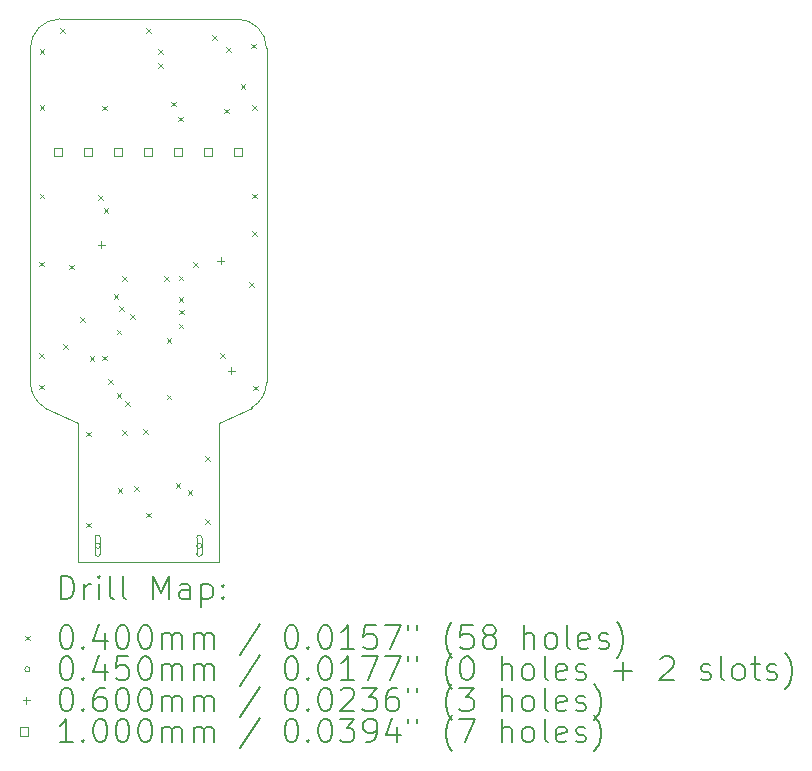
<source format=gbr>
%TF.GenerationSoftware,KiCad,Pcbnew,9.0.0+1*%
%TF.CreationDate,2025-04-22T17:16:49+02:00*%
%TF.ProjectId,ts13_dev_kit,74733133-5f64-4657-965f-6b69742e6b69,rev?*%
%TF.SameCoordinates,Original*%
%TF.FileFunction,Drillmap*%
%TF.FilePolarity,Positive*%
%FSLAX45Y45*%
G04 Gerber Fmt 4.5, Leading zero omitted, Abs format (unit mm)*
G04 Created by KiCad (PCBNEW 9.0.0+1) date 2025-04-22 17:16:49*
%MOMM*%
%LPD*%
G01*
G04 APERTURE LIST*
%ADD10C,0.050000*%
%ADD11C,0.200000*%
%ADD12C,0.100000*%
G04 APERTURE END LIST*
D10*
X13750000Y-5000000D02*
X12250000Y-5000000D01*
X13875000Y-8291506D02*
X13600000Y-8425000D01*
X13600000Y-9600000D02*
X13600000Y-8425000D01*
X12400000Y-8425000D02*
X12400000Y-9600000D01*
X12000000Y-5250000D02*
G75*
G02*
X12250000Y-5000000I250000J0D01*
G01*
X12125000Y-8291506D02*
G75*
G02*
X12000000Y-8075000I125000J216506D01*
G01*
X14000000Y-8075000D02*
G75*
G02*
X13875000Y-8291506I-250000J0D01*
G01*
X13750000Y-5000000D02*
G75*
G02*
X14000000Y-5250000I0J-250000D01*
G01*
X12000000Y-5250000D02*
X12000000Y-8075000D01*
X12400000Y-9600000D02*
X13600000Y-9600000D01*
X14000000Y-8075000D02*
X14000000Y-5250000D01*
X12125000Y-8291506D02*
X12400000Y-8425000D01*
D11*
D12*
X12072000Y-7055000D02*
X12112000Y-7095000D01*
X12112000Y-7055000D02*
X12072000Y-7095000D01*
X12072000Y-7830000D02*
X12112000Y-7870000D01*
X12112000Y-7830000D02*
X12072000Y-7870000D01*
X12072000Y-8097000D02*
X12112000Y-8137000D01*
X12112000Y-8097000D02*
X12072000Y-8137000D01*
X12080000Y-5255000D02*
X12120000Y-5295000D01*
X12120000Y-5255000D02*
X12080000Y-5295000D01*
X12080000Y-5730000D02*
X12120000Y-5770000D01*
X12120000Y-5730000D02*
X12080000Y-5770000D01*
X12080000Y-6480000D02*
X12120000Y-6520000D01*
X12120000Y-6480000D02*
X12080000Y-6520000D01*
X12255000Y-5080000D02*
X12295000Y-5120000D01*
X12295000Y-5080000D02*
X12255000Y-5120000D01*
X12280000Y-7755000D02*
X12320000Y-7795000D01*
X12320000Y-7755000D02*
X12280000Y-7795000D01*
X12330000Y-7080000D02*
X12370000Y-7120000D01*
X12370000Y-7080000D02*
X12330000Y-7120000D01*
X12422000Y-7525000D02*
X12462000Y-7565000D01*
X12462000Y-7525000D02*
X12422000Y-7565000D01*
X12471000Y-8495000D02*
X12511000Y-8535000D01*
X12511000Y-8495000D02*
X12471000Y-8535000D01*
X12474000Y-9265000D02*
X12514000Y-9305000D01*
X12514000Y-9265000D02*
X12474000Y-9305000D01*
X12502997Y-7855997D02*
X12542997Y-7895997D01*
X12542997Y-7855997D02*
X12502997Y-7895997D01*
X12576000Y-6490000D02*
X12616000Y-6530000D01*
X12616000Y-6490000D02*
X12576000Y-6530000D01*
X12610000Y-5735000D02*
X12650000Y-5775000D01*
X12650000Y-5735000D02*
X12610000Y-5775000D01*
X12610000Y-7850000D02*
X12650000Y-7890000D01*
X12650000Y-7850000D02*
X12610000Y-7890000D01*
X12621100Y-6600000D02*
X12661100Y-6640000D01*
X12661100Y-6600000D02*
X12621100Y-6640000D01*
X12661000Y-8051000D02*
X12701000Y-8091000D01*
X12701000Y-8051000D02*
X12661000Y-8091000D01*
X12705000Y-7330000D02*
X12745000Y-7370000D01*
X12745000Y-7330000D02*
X12705000Y-7370000D01*
X12730000Y-7630000D02*
X12770000Y-7670000D01*
X12770000Y-7630000D02*
X12730000Y-7670000D01*
X12730000Y-8165861D02*
X12770000Y-8205861D01*
X12770000Y-8165861D02*
X12730000Y-8205861D01*
X12740000Y-8970000D02*
X12780000Y-9010000D01*
X12780000Y-8970000D02*
X12740000Y-9010000D01*
X12755000Y-7430000D02*
X12795000Y-7470000D01*
X12795000Y-7430000D02*
X12755000Y-7470000D01*
X12780000Y-7180000D02*
X12820000Y-7220000D01*
X12820000Y-7180000D02*
X12780000Y-7220000D01*
X12780000Y-8480000D02*
X12820000Y-8520000D01*
X12820000Y-8480000D02*
X12780000Y-8520000D01*
X12800000Y-8238000D02*
X12840000Y-8278000D01*
X12840000Y-8238000D02*
X12800000Y-8278000D01*
X12848000Y-7498828D02*
X12888000Y-7538828D01*
X12888000Y-7498828D02*
X12848000Y-7538828D01*
X12880000Y-8955000D02*
X12920000Y-8995000D01*
X12920000Y-8955000D02*
X12880000Y-8995000D01*
X12955000Y-8475000D02*
X12995000Y-8515000D01*
X12995000Y-8475000D02*
X12955000Y-8515000D01*
X12980000Y-5080000D02*
X13020000Y-5120000D01*
X13020000Y-5080000D02*
X12980000Y-5120000D01*
X12980000Y-9180000D02*
X13020000Y-9220000D01*
X13020000Y-9180000D02*
X12980000Y-9220000D01*
X13080000Y-5255000D02*
X13120000Y-5295000D01*
X13120000Y-5255000D02*
X13080000Y-5295000D01*
X13080000Y-5372000D02*
X13120000Y-5412000D01*
X13120000Y-5372000D02*
X13080000Y-5412000D01*
X13130000Y-7180000D02*
X13170000Y-7220000D01*
X13170000Y-7180000D02*
X13130000Y-7220000D01*
X13155000Y-7705000D02*
X13195000Y-7745000D01*
X13195000Y-7705000D02*
X13155000Y-7745000D01*
X13155000Y-8180000D02*
X13195000Y-8220000D01*
X13195000Y-8180000D02*
X13155000Y-8220000D01*
X13190000Y-5700000D02*
X13230000Y-5740000D01*
X13230000Y-5700000D02*
X13190000Y-5740000D01*
X13230000Y-8930000D02*
X13270000Y-8970000D01*
X13270000Y-8930000D02*
X13230000Y-8970000D01*
X13254000Y-5828000D02*
X13294000Y-5868000D01*
X13294000Y-5828000D02*
X13254000Y-5868000D01*
X13255000Y-7173000D02*
X13295000Y-7213000D01*
X13295000Y-7173000D02*
X13255000Y-7213000D01*
X13255000Y-7355000D02*
X13295000Y-7395000D01*
X13295000Y-7355000D02*
X13255000Y-7395000D01*
X13255000Y-7580000D02*
X13295000Y-7620000D01*
X13295000Y-7580000D02*
X13255000Y-7620000D01*
X13257000Y-7462000D02*
X13297000Y-7502000D01*
X13297000Y-7462000D02*
X13257000Y-7502000D01*
X13332000Y-8991000D02*
X13372000Y-9031000D01*
X13372000Y-8991000D02*
X13332000Y-9031000D01*
X13377000Y-7058000D02*
X13417000Y-7098000D01*
X13417000Y-7058000D02*
X13377000Y-7098000D01*
X13479000Y-8704000D02*
X13519000Y-8744000D01*
X13519000Y-8704000D02*
X13479000Y-8744000D01*
X13483000Y-9237000D02*
X13523000Y-9277000D01*
X13523000Y-9237000D02*
X13483000Y-9277000D01*
X13540000Y-5140000D02*
X13580000Y-5180000D01*
X13580000Y-5140000D02*
X13540000Y-5180000D01*
X13605000Y-7830000D02*
X13645000Y-7870000D01*
X13645000Y-7830000D02*
X13605000Y-7870000D01*
X13640000Y-5760000D02*
X13680000Y-5800000D01*
X13680000Y-5760000D02*
X13640000Y-5800000D01*
X13660000Y-5240000D02*
X13700000Y-5280000D01*
X13700000Y-5240000D02*
X13660000Y-5280000D01*
X13780000Y-5555000D02*
X13820000Y-5595000D01*
X13820000Y-5555000D02*
X13780000Y-5595000D01*
X13855000Y-7230000D02*
X13895000Y-7270000D01*
X13895000Y-7230000D02*
X13855000Y-7270000D01*
X13870000Y-5210000D02*
X13910000Y-5250000D01*
X13910000Y-5210000D02*
X13870000Y-5250000D01*
X13880000Y-5730000D02*
X13920000Y-5770000D01*
X13920000Y-5730000D02*
X13880000Y-5770000D01*
X13880000Y-6480000D02*
X13920000Y-6520000D01*
X13920000Y-6480000D02*
X13880000Y-6520000D01*
X13880000Y-6794000D02*
X13920000Y-6834000D01*
X13920000Y-6794000D02*
X13880000Y-6834000D01*
X13889000Y-8106000D02*
X13929000Y-8146000D01*
X13929000Y-8106000D02*
X13889000Y-8146000D01*
X12592500Y-9460000D02*
G75*
G02*
X12547500Y-9460000I-22500J0D01*
G01*
X12547500Y-9460000D02*
G75*
G02*
X12592500Y-9460000I22500J0D01*
G01*
X12547500Y-9392500D02*
X12547500Y-9527500D01*
X12592500Y-9527500D02*
G75*
G02*
X12547500Y-9527500I-22500J0D01*
G01*
X12592500Y-9527500D02*
X12592500Y-9392500D01*
X12592500Y-9392500D02*
G75*
G03*
X12547500Y-9392500I-22500J0D01*
G01*
X13452500Y-9460000D02*
G75*
G02*
X13407500Y-9460000I-22500J0D01*
G01*
X13407500Y-9460000D02*
G75*
G02*
X13452500Y-9460000I22500J0D01*
G01*
X13407500Y-9392500D02*
X13407500Y-9527500D01*
X13452500Y-9527500D02*
G75*
G02*
X13407500Y-9527500I-22500J0D01*
G01*
X13452500Y-9527500D02*
X13452500Y-9392500D01*
X13452500Y-9392500D02*
G75*
G03*
X13407500Y-9392500I-22500J0D01*
G01*
X12600000Y-6880000D02*
X12600000Y-6940000D01*
X12570000Y-6910000D02*
X12630000Y-6910000D01*
X13613000Y-7018000D02*
X13613000Y-7078000D01*
X13583000Y-7048000D02*
X13643000Y-7048000D01*
X13702000Y-7947000D02*
X13702000Y-8007000D01*
X13672000Y-7977000D02*
X13732000Y-7977000D01*
X12271356Y-6160356D02*
X12271356Y-6089644D01*
X12200644Y-6089644D01*
X12200644Y-6160356D01*
X12271356Y-6160356D01*
X12525356Y-6160356D02*
X12525356Y-6089644D01*
X12454644Y-6089644D01*
X12454644Y-6160356D01*
X12525356Y-6160356D01*
X12779356Y-6160356D02*
X12779356Y-6089644D01*
X12708644Y-6089644D01*
X12708644Y-6160356D01*
X12779356Y-6160356D01*
X13033356Y-6160356D02*
X13033356Y-6089644D01*
X12962644Y-6089644D01*
X12962644Y-6160356D01*
X13033356Y-6160356D01*
X13287356Y-6160356D02*
X13287356Y-6089644D01*
X13216644Y-6089644D01*
X13216644Y-6160356D01*
X13287356Y-6160356D01*
X13541356Y-6160356D02*
X13541356Y-6089644D01*
X13470644Y-6089644D01*
X13470644Y-6160356D01*
X13541356Y-6160356D01*
X13795356Y-6160356D02*
X13795356Y-6089644D01*
X13724644Y-6089644D01*
X13724644Y-6160356D01*
X13795356Y-6160356D01*
D11*
X12258277Y-9913984D02*
X12258277Y-9713984D01*
X12258277Y-9713984D02*
X12305896Y-9713984D01*
X12305896Y-9713984D02*
X12334467Y-9723508D01*
X12334467Y-9723508D02*
X12353515Y-9742555D01*
X12353515Y-9742555D02*
X12363039Y-9761603D01*
X12363039Y-9761603D02*
X12372562Y-9799698D01*
X12372562Y-9799698D02*
X12372562Y-9828270D01*
X12372562Y-9828270D02*
X12363039Y-9866365D01*
X12363039Y-9866365D02*
X12353515Y-9885412D01*
X12353515Y-9885412D02*
X12334467Y-9904460D01*
X12334467Y-9904460D02*
X12305896Y-9913984D01*
X12305896Y-9913984D02*
X12258277Y-9913984D01*
X12458277Y-9913984D02*
X12458277Y-9780650D01*
X12458277Y-9818746D02*
X12467801Y-9799698D01*
X12467801Y-9799698D02*
X12477324Y-9790174D01*
X12477324Y-9790174D02*
X12496372Y-9780650D01*
X12496372Y-9780650D02*
X12515420Y-9780650D01*
X12582086Y-9913984D02*
X12582086Y-9780650D01*
X12582086Y-9713984D02*
X12572562Y-9723508D01*
X12572562Y-9723508D02*
X12582086Y-9733031D01*
X12582086Y-9733031D02*
X12591610Y-9723508D01*
X12591610Y-9723508D02*
X12582086Y-9713984D01*
X12582086Y-9713984D02*
X12582086Y-9733031D01*
X12705896Y-9913984D02*
X12686848Y-9904460D01*
X12686848Y-9904460D02*
X12677324Y-9885412D01*
X12677324Y-9885412D02*
X12677324Y-9713984D01*
X12810658Y-9913984D02*
X12791610Y-9904460D01*
X12791610Y-9904460D02*
X12782086Y-9885412D01*
X12782086Y-9885412D02*
X12782086Y-9713984D01*
X13039229Y-9913984D02*
X13039229Y-9713984D01*
X13039229Y-9713984D02*
X13105896Y-9856841D01*
X13105896Y-9856841D02*
X13172562Y-9713984D01*
X13172562Y-9713984D02*
X13172562Y-9913984D01*
X13353515Y-9913984D02*
X13353515Y-9809222D01*
X13353515Y-9809222D02*
X13343991Y-9790174D01*
X13343991Y-9790174D02*
X13324943Y-9780650D01*
X13324943Y-9780650D02*
X13286848Y-9780650D01*
X13286848Y-9780650D02*
X13267801Y-9790174D01*
X13353515Y-9904460D02*
X13334467Y-9913984D01*
X13334467Y-9913984D02*
X13286848Y-9913984D01*
X13286848Y-9913984D02*
X13267801Y-9904460D01*
X13267801Y-9904460D02*
X13258277Y-9885412D01*
X13258277Y-9885412D02*
X13258277Y-9866365D01*
X13258277Y-9866365D02*
X13267801Y-9847317D01*
X13267801Y-9847317D02*
X13286848Y-9837793D01*
X13286848Y-9837793D02*
X13334467Y-9837793D01*
X13334467Y-9837793D02*
X13353515Y-9828270D01*
X13448753Y-9780650D02*
X13448753Y-9980650D01*
X13448753Y-9790174D02*
X13467801Y-9780650D01*
X13467801Y-9780650D02*
X13505896Y-9780650D01*
X13505896Y-9780650D02*
X13524943Y-9790174D01*
X13524943Y-9790174D02*
X13534467Y-9799698D01*
X13534467Y-9799698D02*
X13543991Y-9818746D01*
X13543991Y-9818746D02*
X13543991Y-9875889D01*
X13543991Y-9875889D02*
X13534467Y-9894936D01*
X13534467Y-9894936D02*
X13524943Y-9904460D01*
X13524943Y-9904460D02*
X13505896Y-9913984D01*
X13505896Y-9913984D02*
X13467801Y-9913984D01*
X13467801Y-9913984D02*
X13448753Y-9904460D01*
X13629705Y-9894936D02*
X13639229Y-9904460D01*
X13639229Y-9904460D02*
X13629705Y-9913984D01*
X13629705Y-9913984D02*
X13620182Y-9904460D01*
X13620182Y-9904460D02*
X13629705Y-9894936D01*
X13629705Y-9894936D02*
X13629705Y-9913984D01*
X13629705Y-9790174D02*
X13639229Y-9799698D01*
X13639229Y-9799698D02*
X13629705Y-9809222D01*
X13629705Y-9809222D02*
X13620182Y-9799698D01*
X13620182Y-9799698D02*
X13629705Y-9790174D01*
X13629705Y-9790174D02*
X13629705Y-9809222D01*
D12*
X11957500Y-10222500D02*
X11997500Y-10262500D01*
X11997500Y-10222500D02*
X11957500Y-10262500D01*
D11*
X12296372Y-10133984D02*
X12315420Y-10133984D01*
X12315420Y-10133984D02*
X12334467Y-10143508D01*
X12334467Y-10143508D02*
X12343991Y-10153031D01*
X12343991Y-10153031D02*
X12353515Y-10172079D01*
X12353515Y-10172079D02*
X12363039Y-10210174D01*
X12363039Y-10210174D02*
X12363039Y-10257793D01*
X12363039Y-10257793D02*
X12353515Y-10295889D01*
X12353515Y-10295889D02*
X12343991Y-10314936D01*
X12343991Y-10314936D02*
X12334467Y-10324460D01*
X12334467Y-10324460D02*
X12315420Y-10333984D01*
X12315420Y-10333984D02*
X12296372Y-10333984D01*
X12296372Y-10333984D02*
X12277324Y-10324460D01*
X12277324Y-10324460D02*
X12267801Y-10314936D01*
X12267801Y-10314936D02*
X12258277Y-10295889D01*
X12258277Y-10295889D02*
X12248753Y-10257793D01*
X12248753Y-10257793D02*
X12248753Y-10210174D01*
X12248753Y-10210174D02*
X12258277Y-10172079D01*
X12258277Y-10172079D02*
X12267801Y-10153031D01*
X12267801Y-10153031D02*
X12277324Y-10143508D01*
X12277324Y-10143508D02*
X12296372Y-10133984D01*
X12448753Y-10314936D02*
X12458277Y-10324460D01*
X12458277Y-10324460D02*
X12448753Y-10333984D01*
X12448753Y-10333984D02*
X12439229Y-10324460D01*
X12439229Y-10324460D02*
X12448753Y-10314936D01*
X12448753Y-10314936D02*
X12448753Y-10333984D01*
X12629705Y-10200650D02*
X12629705Y-10333984D01*
X12582086Y-10124460D02*
X12534467Y-10267317D01*
X12534467Y-10267317D02*
X12658277Y-10267317D01*
X12772562Y-10133984D02*
X12791610Y-10133984D01*
X12791610Y-10133984D02*
X12810658Y-10143508D01*
X12810658Y-10143508D02*
X12820182Y-10153031D01*
X12820182Y-10153031D02*
X12829705Y-10172079D01*
X12829705Y-10172079D02*
X12839229Y-10210174D01*
X12839229Y-10210174D02*
X12839229Y-10257793D01*
X12839229Y-10257793D02*
X12829705Y-10295889D01*
X12829705Y-10295889D02*
X12820182Y-10314936D01*
X12820182Y-10314936D02*
X12810658Y-10324460D01*
X12810658Y-10324460D02*
X12791610Y-10333984D01*
X12791610Y-10333984D02*
X12772562Y-10333984D01*
X12772562Y-10333984D02*
X12753515Y-10324460D01*
X12753515Y-10324460D02*
X12743991Y-10314936D01*
X12743991Y-10314936D02*
X12734467Y-10295889D01*
X12734467Y-10295889D02*
X12724943Y-10257793D01*
X12724943Y-10257793D02*
X12724943Y-10210174D01*
X12724943Y-10210174D02*
X12734467Y-10172079D01*
X12734467Y-10172079D02*
X12743991Y-10153031D01*
X12743991Y-10153031D02*
X12753515Y-10143508D01*
X12753515Y-10143508D02*
X12772562Y-10133984D01*
X12963039Y-10133984D02*
X12982086Y-10133984D01*
X12982086Y-10133984D02*
X13001134Y-10143508D01*
X13001134Y-10143508D02*
X13010658Y-10153031D01*
X13010658Y-10153031D02*
X13020182Y-10172079D01*
X13020182Y-10172079D02*
X13029705Y-10210174D01*
X13029705Y-10210174D02*
X13029705Y-10257793D01*
X13029705Y-10257793D02*
X13020182Y-10295889D01*
X13020182Y-10295889D02*
X13010658Y-10314936D01*
X13010658Y-10314936D02*
X13001134Y-10324460D01*
X13001134Y-10324460D02*
X12982086Y-10333984D01*
X12982086Y-10333984D02*
X12963039Y-10333984D01*
X12963039Y-10333984D02*
X12943991Y-10324460D01*
X12943991Y-10324460D02*
X12934467Y-10314936D01*
X12934467Y-10314936D02*
X12924943Y-10295889D01*
X12924943Y-10295889D02*
X12915420Y-10257793D01*
X12915420Y-10257793D02*
X12915420Y-10210174D01*
X12915420Y-10210174D02*
X12924943Y-10172079D01*
X12924943Y-10172079D02*
X12934467Y-10153031D01*
X12934467Y-10153031D02*
X12943991Y-10143508D01*
X12943991Y-10143508D02*
X12963039Y-10133984D01*
X13115420Y-10333984D02*
X13115420Y-10200650D01*
X13115420Y-10219698D02*
X13124943Y-10210174D01*
X13124943Y-10210174D02*
X13143991Y-10200650D01*
X13143991Y-10200650D02*
X13172563Y-10200650D01*
X13172563Y-10200650D02*
X13191610Y-10210174D01*
X13191610Y-10210174D02*
X13201134Y-10229222D01*
X13201134Y-10229222D02*
X13201134Y-10333984D01*
X13201134Y-10229222D02*
X13210658Y-10210174D01*
X13210658Y-10210174D02*
X13229705Y-10200650D01*
X13229705Y-10200650D02*
X13258277Y-10200650D01*
X13258277Y-10200650D02*
X13277324Y-10210174D01*
X13277324Y-10210174D02*
X13286848Y-10229222D01*
X13286848Y-10229222D02*
X13286848Y-10333984D01*
X13382086Y-10333984D02*
X13382086Y-10200650D01*
X13382086Y-10219698D02*
X13391610Y-10210174D01*
X13391610Y-10210174D02*
X13410658Y-10200650D01*
X13410658Y-10200650D02*
X13439229Y-10200650D01*
X13439229Y-10200650D02*
X13458277Y-10210174D01*
X13458277Y-10210174D02*
X13467801Y-10229222D01*
X13467801Y-10229222D02*
X13467801Y-10333984D01*
X13467801Y-10229222D02*
X13477324Y-10210174D01*
X13477324Y-10210174D02*
X13496372Y-10200650D01*
X13496372Y-10200650D02*
X13524943Y-10200650D01*
X13524943Y-10200650D02*
X13543991Y-10210174D01*
X13543991Y-10210174D02*
X13553515Y-10229222D01*
X13553515Y-10229222D02*
X13553515Y-10333984D01*
X13943991Y-10124460D02*
X13772563Y-10381603D01*
X14201134Y-10133984D02*
X14220182Y-10133984D01*
X14220182Y-10133984D02*
X14239229Y-10143508D01*
X14239229Y-10143508D02*
X14248753Y-10153031D01*
X14248753Y-10153031D02*
X14258277Y-10172079D01*
X14258277Y-10172079D02*
X14267801Y-10210174D01*
X14267801Y-10210174D02*
X14267801Y-10257793D01*
X14267801Y-10257793D02*
X14258277Y-10295889D01*
X14258277Y-10295889D02*
X14248753Y-10314936D01*
X14248753Y-10314936D02*
X14239229Y-10324460D01*
X14239229Y-10324460D02*
X14220182Y-10333984D01*
X14220182Y-10333984D02*
X14201134Y-10333984D01*
X14201134Y-10333984D02*
X14182086Y-10324460D01*
X14182086Y-10324460D02*
X14172563Y-10314936D01*
X14172563Y-10314936D02*
X14163039Y-10295889D01*
X14163039Y-10295889D02*
X14153515Y-10257793D01*
X14153515Y-10257793D02*
X14153515Y-10210174D01*
X14153515Y-10210174D02*
X14163039Y-10172079D01*
X14163039Y-10172079D02*
X14172563Y-10153031D01*
X14172563Y-10153031D02*
X14182086Y-10143508D01*
X14182086Y-10143508D02*
X14201134Y-10133984D01*
X14353515Y-10314936D02*
X14363039Y-10324460D01*
X14363039Y-10324460D02*
X14353515Y-10333984D01*
X14353515Y-10333984D02*
X14343991Y-10324460D01*
X14343991Y-10324460D02*
X14353515Y-10314936D01*
X14353515Y-10314936D02*
X14353515Y-10333984D01*
X14486848Y-10133984D02*
X14505896Y-10133984D01*
X14505896Y-10133984D02*
X14524944Y-10143508D01*
X14524944Y-10143508D02*
X14534467Y-10153031D01*
X14534467Y-10153031D02*
X14543991Y-10172079D01*
X14543991Y-10172079D02*
X14553515Y-10210174D01*
X14553515Y-10210174D02*
X14553515Y-10257793D01*
X14553515Y-10257793D02*
X14543991Y-10295889D01*
X14543991Y-10295889D02*
X14534467Y-10314936D01*
X14534467Y-10314936D02*
X14524944Y-10324460D01*
X14524944Y-10324460D02*
X14505896Y-10333984D01*
X14505896Y-10333984D02*
X14486848Y-10333984D01*
X14486848Y-10333984D02*
X14467801Y-10324460D01*
X14467801Y-10324460D02*
X14458277Y-10314936D01*
X14458277Y-10314936D02*
X14448753Y-10295889D01*
X14448753Y-10295889D02*
X14439229Y-10257793D01*
X14439229Y-10257793D02*
X14439229Y-10210174D01*
X14439229Y-10210174D02*
X14448753Y-10172079D01*
X14448753Y-10172079D02*
X14458277Y-10153031D01*
X14458277Y-10153031D02*
X14467801Y-10143508D01*
X14467801Y-10143508D02*
X14486848Y-10133984D01*
X14743991Y-10333984D02*
X14629706Y-10333984D01*
X14686848Y-10333984D02*
X14686848Y-10133984D01*
X14686848Y-10133984D02*
X14667801Y-10162555D01*
X14667801Y-10162555D02*
X14648753Y-10181603D01*
X14648753Y-10181603D02*
X14629706Y-10191127D01*
X14924944Y-10133984D02*
X14829706Y-10133984D01*
X14829706Y-10133984D02*
X14820182Y-10229222D01*
X14820182Y-10229222D02*
X14829706Y-10219698D01*
X14829706Y-10219698D02*
X14848753Y-10210174D01*
X14848753Y-10210174D02*
X14896372Y-10210174D01*
X14896372Y-10210174D02*
X14915420Y-10219698D01*
X14915420Y-10219698D02*
X14924944Y-10229222D01*
X14924944Y-10229222D02*
X14934467Y-10248270D01*
X14934467Y-10248270D02*
X14934467Y-10295889D01*
X14934467Y-10295889D02*
X14924944Y-10314936D01*
X14924944Y-10314936D02*
X14915420Y-10324460D01*
X14915420Y-10324460D02*
X14896372Y-10333984D01*
X14896372Y-10333984D02*
X14848753Y-10333984D01*
X14848753Y-10333984D02*
X14829706Y-10324460D01*
X14829706Y-10324460D02*
X14820182Y-10314936D01*
X15001134Y-10133984D02*
X15134467Y-10133984D01*
X15134467Y-10133984D02*
X15048753Y-10333984D01*
X15201134Y-10133984D02*
X15201134Y-10172079D01*
X15277325Y-10133984D02*
X15277325Y-10172079D01*
X15572563Y-10410174D02*
X15563039Y-10400650D01*
X15563039Y-10400650D02*
X15543991Y-10372079D01*
X15543991Y-10372079D02*
X15534468Y-10353031D01*
X15534468Y-10353031D02*
X15524944Y-10324460D01*
X15524944Y-10324460D02*
X15515420Y-10276841D01*
X15515420Y-10276841D02*
X15515420Y-10238746D01*
X15515420Y-10238746D02*
X15524944Y-10191127D01*
X15524944Y-10191127D02*
X15534468Y-10162555D01*
X15534468Y-10162555D02*
X15543991Y-10143508D01*
X15543991Y-10143508D02*
X15563039Y-10114936D01*
X15563039Y-10114936D02*
X15572563Y-10105412D01*
X15743991Y-10133984D02*
X15648753Y-10133984D01*
X15648753Y-10133984D02*
X15639229Y-10229222D01*
X15639229Y-10229222D02*
X15648753Y-10219698D01*
X15648753Y-10219698D02*
X15667801Y-10210174D01*
X15667801Y-10210174D02*
X15715420Y-10210174D01*
X15715420Y-10210174D02*
X15734468Y-10219698D01*
X15734468Y-10219698D02*
X15743991Y-10229222D01*
X15743991Y-10229222D02*
X15753515Y-10248270D01*
X15753515Y-10248270D02*
X15753515Y-10295889D01*
X15753515Y-10295889D02*
X15743991Y-10314936D01*
X15743991Y-10314936D02*
X15734468Y-10324460D01*
X15734468Y-10324460D02*
X15715420Y-10333984D01*
X15715420Y-10333984D02*
X15667801Y-10333984D01*
X15667801Y-10333984D02*
X15648753Y-10324460D01*
X15648753Y-10324460D02*
X15639229Y-10314936D01*
X15867801Y-10219698D02*
X15848753Y-10210174D01*
X15848753Y-10210174D02*
X15839229Y-10200650D01*
X15839229Y-10200650D02*
X15829706Y-10181603D01*
X15829706Y-10181603D02*
X15829706Y-10172079D01*
X15829706Y-10172079D02*
X15839229Y-10153031D01*
X15839229Y-10153031D02*
X15848753Y-10143508D01*
X15848753Y-10143508D02*
X15867801Y-10133984D01*
X15867801Y-10133984D02*
X15905896Y-10133984D01*
X15905896Y-10133984D02*
X15924944Y-10143508D01*
X15924944Y-10143508D02*
X15934468Y-10153031D01*
X15934468Y-10153031D02*
X15943991Y-10172079D01*
X15943991Y-10172079D02*
X15943991Y-10181603D01*
X15943991Y-10181603D02*
X15934468Y-10200650D01*
X15934468Y-10200650D02*
X15924944Y-10210174D01*
X15924944Y-10210174D02*
X15905896Y-10219698D01*
X15905896Y-10219698D02*
X15867801Y-10219698D01*
X15867801Y-10219698D02*
X15848753Y-10229222D01*
X15848753Y-10229222D02*
X15839229Y-10238746D01*
X15839229Y-10238746D02*
X15829706Y-10257793D01*
X15829706Y-10257793D02*
X15829706Y-10295889D01*
X15829706Y-10295889D02*
X15839229Y-10314936D01*
X15839229Y-10314936D02*
X15848753Y-10324460D01*
X15848753Y-10324460D02*
X15867801Y-10333984D01*
X15867801Y-10333984D02*
X15905896Y-10333984D01*
X15905896Y-10333984D02*
X15924944Y-10324460D01*
X15924944Y-10324460D02*
X15934468Y-10314936D01*
X15934468Y-10314936D02*
X15943991Y-10295889D01*
X15943991Y-10295889D02*
X15943991Y-10257793D01*
X15943991Y-10257793D02*
X15934468Y-10238746D01*
X15934468Y-10238746D02*
X15924944Y-10229222D01*
X15924944Y-10229222D02*
X15905896Y-10219698D01*
X16182087Y-10333984D02*
X16182087Y-10133984D01*
X16267801Y-10333984D02*
X16267801Y-10229222D01*
X16267801Y-10229222D02*
X16258277Y-10210174D01*
X16258277Y-10210174D02*
X16239230Y-10200650D01*
X16239230Y-10200650D02*
X16210658Y-10200650D01*
X16210658Y-10200650D02*
X16191610Y-10210174D01*
X16191610Y-10210174D02*
X16182087Y-10219698D01*
X16391610Y-10333984D02*
X16372563Y-10324460D01*
X16372563Y-10324460D02*
X16363039Y-10314936D01*
X16363039Y-10314936D02*
X16353515Y-10295889D01*
X16353515Y-10295889D02*
X16353515Y-10238746D01*
X16353515Y-10238746D02*
X16363039Y-10219698D01*
X16363039Y-10219698D02*
X16372563Y-10210174D01*
X16372563Y-10210174D02*
X16391610Y-10200650D01*
X16391610Y-10200650D02*
X16420182Y-10200650D01*
X16420182Y-10200650D02*
X16439230Y-10210174D01*
X16439230Y-10210174D02*
X16448753Y-10219698D01*
X16448753Y-10219698D02*
X16458277Y-10238746D01*
X16458277Y-10238746D02*
X16458277Y-10295889D01*
X16458277Y-10295889D02*
X16448753Y-10314936D01*
X16448753Y-10314936D02*
X16439230Y-10324460D01*
X16439230Y-10324460D02*
X16420182Y-10333984D01*
X16420182Y-10333984D02*
X16391610Y-10333984D01*
X16572563Y-10333984D02*
X16553515Y-10324460D01*
X16553515Y-10324460D02*
X16543991Y-10305412D01*
X16543991Y-10305412D02*
X16543991Y-10133984D01*
X16724944Y-10324460D02*
X16705896Y-10333984D01*
X16705896Y-10333984D02*
X16667801Y-10333984D01*
X16667801Y-10333984D02*
X16648753Y-10324460D01*
X16648753Y-10324460D02*
X16639230Y-10305412D01*
X16639230Y-10305412D02*
X16639230Y-10229222D01*
X16639230Y-10229222D02*
X16648753Y-10210174D01*
X16648753Y-10210174D02*
X16667801Y-10200650D01*
X16667801Y-10200650D02*
X16705896Y-10200650D01*
X16705896Y-10200650D02*
X16724944Y-10210174D01*
X16724944Y-10210174D02*
X16734468Y-10229222D01*
X16734468Y-10229222D02*
X16734468Y-10248270D01*
X16734468Y-10248270D02*
X16639230Y-10267317D01*
X16810658Y-10324460D02*
X16829706Y-10333984D01*
X16829706Y-10333984D02*
X16867801Y-10333984D01*
X16867801Y-10333984D02*
X16886849Y-10324460D01*
X16886849Y-10324460D02*
X16896373Y-10305412D01*
X16896373Y-10305412D02*
X16896373Y-10295889D01*
X16896373Y-10295889D02*
X16886849Y-10276841D01*
X16886849Y-10276841D02*
X16867801Y-10267317D01*
X16867801Y-10267317D02*
X16839230Y-10267317D01*
X16839230Y-10267317D02*
X16820182Y-10257793D01*
X16820182Y-10257793D02*
X16810658Y-10238746D01*
X16810658Y-10238746D02*
X16810658Y-10229222D01*
X16810658Y-10229222D02*
X16820182Y-10210174D01*
X16820182Y-10210174D02*
X16839230Y-10200650D01*
X16839230Y-10200650D02*
X16867801Y-10200650D01*
X16867801Y-10200650D02*
X16886849Y-10210174D01*
X16963039Y-10410174D02*
X16972563Y-10400650D01*
X16972563Y-10400650D02*
X16991611Y-10372079D01*
X16991611Y-10372079D02*
X17001134Y-10353031D01*
X17001134Y-10353031D02*
X17010658Y-10324460D01*
X17010658Y-10324460D02*
X17020182Y-10276841D01*
X17020182Y-10276841D02*
X17020182Y-10238746D01*
X17020182Y-10238746D02*
X17010658Y-10191127D01*
X17010658Y-10191127D02*
X17001134Y-10162555D01*
X17001134Y-10162555D02*
X16991611Y-10143508D01*
X16991611Y-10143508D02*
X16972563Y-10114936D01*
X16972563Y-10114936D02*
X16963039Y-10105412D01*
D12*
X11997500Y-10506500D02*
G75*
G02*
X11952500Y-10506500I-22500J0D01*
G01*
X11952500Y-10506500D02*
G75*
G02*
X11997500Y-10506500I22500J0D01*
G01*
D11*
X12296372Y-10397984D02*
X12315420Y-10397984D01*
X12315420Y-10397984D02*
X12334467Y-10407508D01*
X12334467Y-10407508D02*
X12343991Y-10417031D01*
X12343991Y-10417031D02*
X12353515Y-10436079D01*
X12353515Y-10436079D02*
X12363039Y-10474174D01*
X12363039Y-10474174D02*
X12363039Y-10521793D01*
X12363039Y-10521793D02*
X12353515Y-10559889D01*
X12353515Y-10559889D02*
X12343991Y-10578936D01*
X12343991Y-10578936D02*
X12334467Y-10588460D01*
X12334467Y-10588460D02*
X12315420Y-10597984D01*
X12315420Y-10597984D02*
X12296372Y-10597984D01*
X12296372Y-10597984D02*
X12277324Y-10588460D01*
X12277324Y-10588460D02*
X12267801Y-10578936D01*
X12267801Y-10578936D02*
X12258277Y-10559889D01*
X12258277Y-10559889D02*
X12248753Y-10521793D01*
X12248753Y-10521793D02*
X12248753Y-10474174D01*
X12248753Y-10474174D02*
X12258277Y-10436079D01*
X12258277Y-10436079D02*
X12267801Y-10417031D01*
X12267801Y-10417031D02*
X12277324Y-10407508D01*
X12277324Y-10407508D02*
X12296372Y-10397984D01*
X12448753Y-10578936D02*
X12458277Y-10588460D01*
X12458277Y-10588460D02*
X12448753Y-10597984D01*
X12448753Y-10597984D02*
X12439229Y-10588460D01*
X12439229Y-10588460D02*
X12448753Y-10578936D01*
X12448753Y-10578936D02*
X12448753Y-10597984D01*
X12629705Y-10464650D02*
X12629705Y-10597984D01*
X12582086Y-10388460D02*
X12534467Y-10531317D01*
X12534467Y-10531317D02*
X12658277Y-10531317D01*
X12829705Y-10397984D02*
X12734467Y-10397984D01*
X12734467Y-10397984D02*
X12724943Y-10493222D01*
X12724943Y-10493222D02*
X12734467Y-10483698D01*
X12734467Y-10483698D02*
X12753515Y-10474174D01*
X12753515Y-10474174D02*
X12801134Y-10474174D01*
X12801134Y-10474174D02*
X12820182Y-10483698D01*
X12820182Y-10483698D02*
X12829705Y-10493222D01*
X12829705Y-10493222D02*
X12839229Y-10512270D01*
X12839229Y-10512270D02*
X12839229Y-10559889D01*
X12839229Y-10559889D02*
X12829705Y-10578936D01*
X12829705Y-10578936D02*
X12820182Y-10588460D01*
X12820182Y-10588460D02*
X12801134Y-10597984D01*
X12801134Y-10597984D02*
X12753515Y-10597984D01*
X12753515Y-10597984D02*
X12734467Y-10588460D01*
X12734467Y-10588460D02*
X12724943Y-10578936D01*
X12963039Y-10397984D02*
X12982086Y-10397984D01*
X12982086Y-10397984D02*
X13001134Y-10407508D01*
X13001134Y-10407508D02*
X13010658Y-10417031D01*
X13010658Y-10417031D02*
X13020182Y-10436079D01*
X13020182Y-10436079D02*
X13029705Y-10474174D01*
X13029705Y-10474174D02*
X13029705Y-10521793D01*
X13029705Y-10521793D02*
X13020182Y-10559889D01*
X13020182Y-10559889D02*
X13010658Y-10578936D01*
X13010658Y-10578936D02*
X13001134Y-10588460D01*
X13001134Y-10588460D02*
X12982086Y-10597984D01*
X12982086Y-10597984D02*
X12963039Y-10597984D01*
X12963039Y-10597984D02*
X12943991Y-10588460D01*
X12943991Y-10588460D02*
X12934467Y-10578936D01*
X12934467Y-10578936D02*
X12924943Y-10559889D01*
X12924943Y-10559889D02*
X12915420Y-10521793D01*
X12915420Y-10521793D02*
X12915420Y-10474174D01*
X12915420Y-10474174D02*
X12924943Y-10436079D01*
X12924943Y-10436079D02*
X12934467Y-10417031D01*
X12934467Y-10417031D02*
X12943991Y-10407508D01*
X12943991Y-10407508D02*
X12963039Y-10397984D01*
X13115420Y-10597984D02*
X13115420Y-10464650D01*
X13115420Y-10483698D02*
X13124943Y-10474174D01*
X13124943Y-10474174D02*
X13143991Y-10464650D01*
X13143991Y-10464650D02*
X13172563Y-10464650D01*
X13172563Y-10464650D02*
X13191610Y-10474174D01*
X13191610Y-10474174D02*
X13201134Y-10493222D01*
X13201134Y-10493222D02*
X13201134Y-10597984D01*
X13201134Y-10493222D02*
X13210658Y-10474174D01*
X13210658Y-10474174D02*
X13229705Y-10464650D01*
X13229705Y-10464650D02*
X13258277Y-10464650D01*
X13258277Y-10464650D02*
X13277324Y-10474174D01*
X13277324Y-10474174D02*
X13286848Y-10493222D01*
X13286848Y-10493222D02*
X13286848Y-10597984D01*
X13382086Y-10597984D02*
X13382086Y-10464650D01*
X13382086Y-10483698D02*
X13391610Y-10474174D01*
X13391610Y-10474174D02*
X13410658Y-10464650D01*
X13410658Y-10464650D02*
X13439229Y-10464650D01*
X13439229Y-10464650D02*
X13458277Y-10474174D01*
X13458277Y-10474174D02*
X13467801Y-10493222D01*
X13467801Y-10493222D02*
X13467801Y-10597984D01*
X13467801Y-10493222D02*
X13477324Y-10474174D01*
X13477324Y-10474174D02*
X13496372Y-10464650D01*
X13496372Y-10464650D02*
X13524943Y-10464650D01*
X13524943Y-10464650D02*
X13543991Y-10474174D01*
X13543991Y-10474174D02*
X13553515Y-10493222D01*
X13553515Y-10493222D02*
X13553515Y-10597984D01*
X13943991Y-10388460D02*
X13772563Y-10645603D01*
X14201134Y-10397984D02*
X14220182Y-10397984D01*
X14220182Y-10397984D02*
X14239229Y-10407508D01*
X14239229Y-10407508D02*
X14248753Y-10417031D01*
X14248753Y-10417031D02*
X14258277Y-10436079D01*
X14258277Y-10436079D02*
X14267801Y-10474174D01*
X14267801Y-10474174D02*
X14267801Y-10521793D01*
X14267801Y-10521793D02*
X14258277Y-10559889D01*
X14258277Y-10559889D02*
X14248753Y-10578936D01*
X14248753Y-10578936D02*
X14239229Y-10588460D01*
X14239229Y-10588460D02*
X14220182Y-10597984D01*
X14220182Y-10597984D02*
X14201134Y-10597984D01*
X14201134Y-10597984D02*
X14182086Y-10588460D01*
X14182086Y-10588460D02*
X14172563Y-10578936D01*
X14172563Y-10578936D02*
X14163039Y-10559889D01*
X14163039Y-10559889D02*
X14153515Y-10521793D01*
X14153515Y-10521793D02*
X14153515Y-10474174D01*
X14153515Y-10474174D02*
X14163039Y-10436079D01*
X14163039Y-10436079D02*
X14172563Y-10417031D01*
X14172563Y-10417031D02*
X14182086Y-10407508D01*
X14182086Y-10407508D02*
X14201134Y-10397984D01*
X14353515Y-10578936D02*
X14363039Y-10588460D01*
X14363039Y-10588460D02*
X14353515Y-10597984D01*
X14353515Y-10597984D02*
X14343991Y-10588460D01*
X14343991Y-10588460D02*
X14353515Y-10578936D01*
X14353515Y-10578936D02*
X14353515Y-10597984D01*
X14486848Y-10397984D02*
X14505896Y-10397984D01*
X14505896Y-10397984D02*
X14524944Y-10407508D01*
X14524944Y-10407508D02*
X14534467Y-10417031D01*
X14534467Y-10417031D02*
X14543991Y-10436079D01*
X14543991Y-10436079D02*
X14553515Y-10474174D01*
X14553515Y-10474174D02*
X14553515Y-10521793D01*
X14553515Y-10521793D02*
X14543991Y-10559889D01*
X14543991Y-10559889D02*
X14534467Y-10578936D01*
X14534467Y-10578936D02*
X14524944Y-10588460D01*
X14524944Y-10588460D02*
X14505896Y-10597984D01*
X14505896Y-10597984D02*
X14486848Y-10597984D01*
X14486848Y-10597984D02*
X14467801Y-10588460D01*
X14467801Y-10588460D02*
X14458277Y-10578936D01*
X14458277Y-10578936D02*
X14448753Y-10559889D01*
X14448753Y-10559889D02*
X14439229Y-10521793D01*
X14439229Y-10521793D02*
X14439229Y-10474174D01*
X14439229Y-10474174D02*
X14448753Y-10436079D01*
X14448753Y-10436079D02*
X14458277Y-10417031D01*
X14458277Y-10417031D02*
X14467801Y-10407508D01*
X14467801Y-10407508D02*
X14486848Y-10397984D01*
X14743991Y-10597984D02*
X14629706Y-10597984D01*
X14686848Y-10597984D02*
X14686848Y-10397984D01*
X14686848Y-10397984D02*
X14667801Y-10426555D01*
X14667801Y-10426555D02*
X14648753Y-10445603D01*
X14648753Y-10445603D02*
X14629706Y-10455127D01*
X14810658Y-10397984D02*
X14943991Y-10397984D01*
X14943991Y-10397984D02*
X14858277Y-10597984D01*
X15001134Y-10397984D02*
X15134467Y-10397984D01*
X15134467Y-10397984D02*
X15048753Y-10597984D01*
X15201134Y-10397984D02*
X15201134Y-10436079D01*
X15277325Y-10397984D02*
X15277325Y-10436079D01*
X15572563Y-10674174D02*
X15563039Y-10664650D01*
X15563039Y-10664650D02*
X15543991Y-10636079D01*
X15543991Y-10636079D02*
X15534468Y-10617031D01*
X15534468Y-10617031D02*
X15524944Y-10588460D01*
X15524944Y-10588460D02*
X15515420Y-10540841D01*
X15515420Y-10540841D02*
X15515420Y-10502746D01*
X15515420Y-10502746D02*
X15524944Y-10455127D01*
X15524944Y-10455127D02*
X15534468Y-10426555D01*
X15534468Y-10426555D02*
X15543991Y-10407508D01*
X15543991Y-10407508D02*
X15563039Y-10378936D01*
X15563039Y-10378936D02*
X15572563Y-10369412D01*
X15686848Y-10397984D02*
X15705896Y-10397984D01*
X15705896Y-10397984D02*
X15724944Y-10407508D01*
X15724944Y-10407508D02*
X15734468Y-10417031D01*
X15734468Y-10417031D02*
X15743991Y-10436079D01*
X15743991Y-10436079D02*
X15753515Y-10474174D01*
X15753515Y-10474174D02*
X15753515Y-10521793D01*
X15753515Y-10521793D02*
X15743991Y-10559889D01*
X15743991Y-10559889D02*
X15734468Y-10578936D01*
X15734468Y-10578936D02*
X15724944Y-10588460D01*
X15724944Y-10588460D02*
X15705896Y-10597984D01*
X15705896Y-10597984D02*
X15686848Y-10597984D01*
X15686848Y-10597984D02*
X15667801Y-10588460D01*
X15667801Y-10588460D02*
X15658277Y-10578936D01*
X15658277Y-10578936D02*
X15648753Y-10559889D01*
X15648753Y-10559889D02*
X15639229Y-10521793D01*
X15639229Y-10521793D02*
X15639229Y-10474174D01*
X15639229Y-10474174D02*
X15648753Y-10436079D01*
X15648753Y-10436079D02*
X15658277Y-10417031D01*
X15658277Y-10417031D02*
X15667801Y-10407508D01*
X15667801Y-10407508D02*
X15686848Y-10397984D01*
X15991610Y-10597984D02*
X15991610Y-10397984D01*
X16077325Y-10597984D02*
X16077325Y-10493222D01*
X16077325Y-10493222D02*
X16067801Y-10474174D01*
X16067801Y-10474174D02*
X16048753Y-10464650D01*
X16048753Y-10464650D02*
X16020182Y-10464650D01*
X16020182Y-10464650D02*
X16001134Y-10474174D01*
X16001134Y-10474174D02*
X15991610Y-10483698D01*
X16201134Y-10597984D02*
X16182087Y-10588460D01*
X16182087Y-10588460D02*
X16172563Y-10578936D01*
X16172563Y-10578936D02*
X16163039Y-10559889D01*
X16163039Y-10559889D02*
X16163039Y-10502746D01*
X16163039Y-10502746D02*
X16172563Y-10483698D01*
X16172563Y-10483698D02*
X16182087Y-10474174D01*
X16182087Y-10474174D02*
X16201134Y-10464650D01*
X16201134Y-10464650D02*
X16229706Y-10464650D01*
X16229706Y-10464650D02*
X16248753Y-10474174D01*
X16248753Y-10474174D02*
X16258277Y-10483698D01*
X16258277Y-10483698D02*
X16267801Y-10502746D01*
X16267801Y-10502746D02*
X16267801Y-10559889D01*
X16267801Y-10559889D02*
X16258277Y-10578936D01*
X16258277Y-10578936D02*
X16248753Y-10588460D01*
X16248753Y-10588460D02*
X16229706Y-10597984D01*
X16229706Y-10597984D02*
X16201134Y-10597984D01*
X16382087Y-10597984D02*
X16363039Y-10588460D01*
X16363039Y-10588460D02*
X16353515Y-10569412D01*
X16353515Y-10569412D02*
X16353515Y-10397984D01*
X16534468Y-10588460D02*
X16515420Y-10597984D01*
X16515420Y-10597984D02*
X16477325Y-10597984D01*
X16477325Y-10597984D02*
X16458277Y-10588460D01*
X16458277Y-10588460D02*
X16448753Y-10569412D01*
X16448753Y-10569412D02*
X16448753Y-10493222D01*
X16448753Y-10493222D02*
X16458277Y-10474174D01*
X16458277Y-10474174D02*
X16477325Y-10464650D01*
X16477325Y-10464650D02*
X16515420Y-10464650D01*
X16515420Y-10464650D02*
X16534468Y-10474174D01*
X16534468Y-10474174D02*
X16543991Y-10493222D01*
X16543991Y-10493222D02*
X16543991Y-10512270D01*
X16543991Y-10512270D02*
X16448753Y-10531317D01*
X16620182Y-10588460D02*
X16639230Y-10597984D01*
X16639230Y-10597984D02*
X16677325Y-10597984D01*
X16677325Y-10597984D02*
X16696372Y-10588460D01*
X16696372Y-10588460D02*
X16705896Y-10569412D01*
X16705896Y-10569412D02*
X16705896Y-10559889D01*
X16705896Y-10559889D02*
X16696372Y-10540841D01*
X16696372Y-10540841D02*
X16677325Y-10531317D01*
X16677325Y-10531317D02*
X16648753Y-10531317D01*
X16648753Y-10531317D02*
X16629706Y-10521793D01*
X16629706Y-10521793D02*
X16620182Y-10502746D01*
X16620182Y-10502746D02*
X16620182Y-10493222D01*
X16620182Y-10493222D02*
X16629706Y-10474174D01*
X16629706Y-10474174D02*
X16648753Y-10464650D01*
X16648753Y-10464650D02*
X16677325Y-10464650D01*
X16677325Y-10464650D02*
X16696372Y-10474174D01*
X16943992Y-10521793D02*
X17096373Y-10521793D01*
X17020182Y-10597984D02*
X17020182Y-10445603D01*
X17334468Y-10417031D02*
X17343992Y-10407508D01*
X17343992Y-10407508D02*
X17363039Y-10397984D01*
X17363039Y-10397984D02*
X17410658Y-10397984D01*
X17410658Y-10397984D02*
X17429706Y-10407508D01*
X17429706Y-10407508D02*
X17439230Y-10417031D01*
X17439230Y-10417031D02*
X17448754Y-10436079D01*
X17448754Y-10436079D02*
X17448754Y-10455127D01*
X17448754Y-10455127D02*
X17439230Y-10483698D01*
X17439230Y-10483698D02*
X17324944Y-10597984D01*
X17324944Y-10597984D02*
X17448754Y-10597984D01*
X17677325Y-10588460D02*
X17696373Y-10597984D01*
X17696373Y-10597984D02*
X17734468Y-10597984D01*
X17734468Y-10597984D02*
X17753516Y-10588460D01*
X17753516Y-10588460D02*
X17763039Y-10569412D01*
X17763039Y-10569412D02*
X17763039Y-10559889D01*
X17763039Y-10559889D02*
X17753516Y-10540841D01*
X17753516Y-10540841D02*
X17734468Y-10531317D01*
X17734468Y-10531317D02*
X17705896Y-10531317D01*
X17705896Y-10531317D02*
X17686849Y-10521793D01*
X17686849Y-10521793D02*
X17677325Y-10502746D01*
X17677325Y-10502746D02*
X17677325Y-10493222D01*
X17677325Y-10493222D02*
X17686849Y-10474174D01*
X17686849Y-10474174D02*
X17705896Y-10464650D01*
X17705896Y-10464650D02*
X17734468Y-10464650D01*
X17734468Y-10464650D02*
X17753516Y-10474174D01*
X17877325Y-10597984D02*
X17858277Y-10588460D01*
X17858277Y-10588460D02*
X17848754Y-10569412D01*
X17848754Y-10569412D02*
X17848754Y-10397984D01*
X17982087Y-10597984D02*
X17963039Y-10588460D01*
X17963039Y-10588460D02*
X17953516Y-10578936D01*
X17953516Y-10578936D02*
X17943992Y-10559889D01*
X17943992Y-10559889D02*
X17943992Y-10502746D01*
X17943992Y-10502746D02*
X17953516Y-10483698D01*
X17953516Y-10483698D02*
X17963039Y-10474174D01*
X17963039Y-10474174D02*
X17982087Y-10464650D01*
X17982087Y-10464650D02*
X18010658Y-10464650D01*
X18010658Y-10464650D02*
X18029706Y-10474174D01*
X18029706Y-10474174D02*
X18039230Y-10483698D01*
X18039230Y-10483698D02*
X18048754Y-10502746D01*
X18048754Y-10502746D02*
X18048754Y-10559889D01*
X18048754Y-10559889D02*
X18039230Y-10578936D01*
X18039230Y-10578936D02*
X18029706Y-10588460D01*
X18029706Y-10588460D02*
X18010658Y-10597984D01*
X18010658Y-10597984D02*
X17982087Y-10597984D01*
X18105897Y-10464650D02*
X18182087Y-10464650D01*
X18134468Y-10397984D02*
X18134468Y-10569412D01*
X18134468Y-10569412D02*
X18143992Y-10588460D01*
X18143992Y-10588460D02*
X18163039Y-10597984D01*
X18163039Y-10597984D02*
X18182087Y-10597984D01*
X18239230Y-10588460D02*
X18258277Y-10597984D01*
X18258277Y-10597984D02*
X18296373Y-10597984D01*
X18296373Y-10597984D02*
X18315420Y-10588460D01*
X18315420Y-10588460D02*
X18324944Y-10569412D01*
X18324944Y-10569412D02*
X18324944Y-10559889D01*
X18324944Y-10559889D02*
X18315420Y-10540841D01*
X18315420Y-10540841D02*
X18296373Y-10531317D01*
X18296373Y-10531317D02*
X18267801Y-10531317D01*
X18267801Y-10531317D02*
X18248754Y-10521793D01*
X18248754Y-10521793D02*
X18239230Y-10502746D01*
X18239230Y-10502746D02*
X18239230Y-10493222D01*
X18239230Y-10493222D02*
X18248754Y-10474174D01*
X18248754Y-10474174D02*
X18267801Y-10464650D01*
X18267801Y-10464650D02*
X18296373Y-10464650D01*
X18296373Y-10464650D02*
X18315420Y-10474174D01*
X18391611Y-10674174D02*
X18401135Y-10664650D01*
X18401135Y-10664650D02*
X18420182Y-10636079D01*
X18420182Y-10636079D02*
X18429706Y-10617031D01*
X18429706Y-10617031D02*
X18439230Y-10588460D01*
X18439230Y-10588460D02*
X18448754Y-10540841D01*
X18448754Y-10540841D02*
X18448754Y-10502746D01*
X18448754Y-10502746D02*
X18439230Y-10455127D01*
X18439230Y-10455127D02*
X18429706Y-10426555D01*
X18429706Y-10426555D02*
X18420182Y-10407508D01*
X18420182Y-10407508D02*
X18401135Y-10378936D01*
X18401135Y-10378936D02*
X18391611Y-10369412D01*
D12*
X11967500Y-10740500D02*
X11967500Y-10800500D01*
X11937500Y-10770500D02*
X11997500Y-10770500D01*
D11*
X12296372Y-10661984D02*
X12315420Y-10661984D01*
X12315420Y-10661984D02*
X12334467Y-10671508D01*
X12334467Y-10671508D02*
X12343991Y-10681031D01*
X12343991Y-10681031D02*
X12353515Y-10700079D01*
X12353515Y-10700079D02*
X12363039Y-10738174D01*
X12363039Y-10738174D02*
X12363039Y-10785793D01*
X12363039Y-10785793D02*
X12353515Y-10823889D01*
X12353515Y-10823889D02*
X12343991Y-10842936D01*
X12343991Y-10842936D02*
X12334467Y-10852460D01*
X12334467Y-10852460D02*
X12315420Y-10861984D01*
X12315420Y-10861984D02*
X12296372Y-10861984D01*
X12296372Y-10861984D02*
X12277324Y-10852460D01*
X12277324Y-10852460D02*
X12267801Y-10842936D01*
X12267801Y-10842936D02*
X12258277Y-10823889D01*
X12258277Y-10823889D02*
X12248753Y-10785793D01*
X12248753Y-10785793D02*
X12248753Y-10738174D01*
X12248753Y-10738174D02*
X12258277Y-10700079D01*
X12258277Y-10700079D02*
X12267801Y-10681031D01*
X12267801Y-10681031D02*
X12277324Y-10671508D01*
X12277324Y-10671508D02*
X12296372Y-10661984D01*
X12448753Y-10842936D02*
X12458277Y-10852460D01*
X12458277Y-10852460D02*
X12448753Y-10861984D01*
X12448753Y-10861984D02*
X12439229Y-10852460D01*
X12439229Y-10852460D02*
X12448753Y-10842936D01*
X12448753Y-10842936D02*
X12448753Y-10861984D01*
X12629705Y-10661984D02*
X12591610Y-10661984D01*
X12591610Y-10661984D02*
X12572562Y-10671508D01*
X12572562Y-10671508D02*
X12563039Y-10681031D01*
X12563039Y-10681031D02*
X12543991Y-10709603D01*
X12543991Y-10709603D02*
X12534467Y-10747698D01*
X12534467Y-10747698D02*
X12534467Y-10823889D01*
X12534467Y-10823889D02*
X12543991Y-10842936D01*
X12543991Y-10842936D02*
X12553515Y-10852460D01*
X12553515Y-10852460D02*
X12572562Y-10861984D01*
X12572562Y-10861984D02*
X12610658Y-10861984D01*
X12610658Y-10861984D02*
X12629705Y-10852460D01*
X12629705Y-10852460D02*
X12639229Y-10842936D01*
X12639229Y-10842936D02*
X12648753Y-10823889D01*
X12648753Y-10823889D02*
X12648753Y-10776270D01*
X12648753Y-10776270D02*
X12639229Y-10757222D01*
X12639229Y-10757222D02*
X12629705Y-10747698D01*
X12629705Y-10747698D02*
X12610658Y-10738174D01*
X12610658Y-10738174D02*
X12572562Y-10738174D01*
X12572562Y-10738174D02*
X12553515Y-10747698D01*
X12553515Y-10747698D02*
X12543991Y-10757222D01*
X12543991Y-10757222D02*
X12534467Y-10776270D01*
X12772562Y-10661984D02*
X12791610Y-10661984D01*
X12791610Y-10661984D02*
X12810658Y-10671508D01*
X12810658Y-10671508D02*
X12820182Y-10681031D01*
X12820182Y-10681031D02*
X12829705Y-10700079D01*
X12829705Y-10700079D02*
X12839229Y-10738174D01*
X12839229Y-10738174D02*
X12839229Y-10785793D01*
X12839229Y-10785793D02*
X12829705Y-10823889D01*
X12829705Y-10823889D02*
X12820182Y-10842936D01*
X12820182Y-10842936D02*
X12810658Y-10852460D01*
X12810658Y-10852460D02*
X12791610Y-10861984D01*
X12791610Y-10861984D02*
X12772562Y-10861984D01*
X12772562Y-10861984D02*
X12753515Y-10852460D01*
X12753515Y-10852460D02*
X12743991Y-10842936D01*
X12743991Y-10842936D02*
X12734467Y-10823889D01*
X12734467Y-10823889D02*
X12724943Y-10785793D01*
X12724943Y-10785793D02*
X12724943Y-10738174D01*
X12724943Y-10738174D02*
X12734467Y-10700079D01*
X12734467Y-10700079D02*
X12743991Y-10681031D01*
X12743991Y-10681031D02*
X12753515Y-10671508D01*
X12753515Y-10671508D02*
X12772562Y-10661984D01*
X12963039Y-10661984D02*
X12982086Y-10661984D01*
X12982086Y-10661984D02*
X13001134Y-10671508D01*
X13001134Y-10671508D02*
X13010658Y-10681031D01*
X13010658Y-10681031D02*
X13020182Y-10700079D01*
X13020182Y-10700079D02*
X13029705Y-10738174D01*
X13029705Y-10738174D02*
X13029705Y-10785793D01*
X13029705Y-10785793D02*
X13020182Y-10823889D01*
X13020182Y-10823889D02*
X13010658Y-10842936D01*
X13010658Y-10842936D02*
X13001134Y-10852460D01*
X13001134Y-10852460D02*
X12982086Y-10861984D01*
X12982086Y-10861984D02*
X12963039Y-10861984D01*
X12963039Y-10861984D02*
X12943991Y-10852460D01*
X12943991Y-10852460D02*
X12934467Y-10842936D01*
X12934467Y-10842936D02*
X12924943Y-10823889D01*
X12924943Y-10823889D02*
X12915420Y-10785793D01*
X12915420Y-10785793D02*
X12915420Y-10738174D01*
X12915420Y-10738174D02*
X12924943Y-10700079D01*
X12924943Y-10700079D02*
X12934467Y-10681031D01*
X12934467Y-10681031D02*
X12943991Y-10671508D01*
X12943991Y-10671508D02*
X12963039Y-10661984D01*
X13115420Y-10861984D02*
X13115420Y-10728650D01*
X13115420Y-10747698D02*
X13124943Y-10738174D01*
X13124943Y-10738174D02*
X13143991Y-10728650D01*
X13143991Y-10728650D02*
X13172563Y-10728650D01*
X13172563Y-10728650D02*
X13191610Y-10738174D01*
X13191610Y-10738174D02*
X13201134Y-10757222D01*
X13201134Y-10757222D02*
X13201134Y-10861984D01*
X13201134Y-10757222D02*
X13210658Y-10738174D01*
X13210658Y-10738174D02*
X13229705Y-10728650D01*
X13229705Y-10728650D02*
X13258277Y-10728650D01*
X13258277Y-10728650D02*
X13277324Y-10738174D01*
X13277324Y-10738174D02*
X13286848Y-10757222D01*
X13286848Y-10757222D02*
X13286848Y-10861984D01*
X13382086Y-10861984D02*
X13382086Y-10728650D01*
X13382086Y-10747698D02*
X13391610Y-10738174D01*
X13391610Y-10738174D02*
X13410658Y-10728650D01*
X13410658Y-10728650D02*
X13439229Y-10728650D01*
X13439229Y-10728650D02*
X13458277Y-10738174D01*
X13458277Y-10738174D02*
X13467801Y-10757222D01*
X13467801Y-10757222D02*
X13467801Y-10861984D01*
X13467801Y-10757222D02*
X13477324Y-10738174D01*
X13477324Y-10738174D02*
X13496372Y-10728650D01*
X13496372Y-10728650D02*
X13524943Y-10728650D01*
X13524943Y-10728650D02*
X13543991Y-10738174D01*
X13543991Y-10738174D02*
X13553515Y-10757222D01*
X13553515Y-10757222D02*
X13553515Y-10861984D01*
X13943991Y-10652460D02*
X13772563Y-10909603D01*
X14201134Y-10661984D02*
X14220182Y-10661984D01*
X14220182Y-10661984D02*
X14239229Y-10671508D01*
X14239229Y-10671508D02*
X14248753Y-10681031D01*
X14248753Y-10681031D02*
X14258277Y-10700079D01*
X14258277Y-10700079D02*
X14267801Y-10738174D01*
X14267801Y-10738174D02*
X14267801Y-10785793D01*
X14267801Y-10785793D02*
X14258277Y-10823889D01*
X14258277Y-10823889D02*
X14248753Y-10842936D01*
X14248753Y-10842936D02*
X14239229Y-10852460D01*
X14239229Y-10852460D02*
X14220182Y-10861984D01*
X14220182Y-10861984D02*
X14201134Y-10861984D01*
X14201134Y-10861984D02*
X14182086Y-10852460D01*
X14182086Y-10852460D02*
X14172563Y-10842936D01*
X14172563Y-10842936D02*
X14163039Y-10823889D01*
X14163039Y-10823889D02*
X14153515Y-10785793D01*
X14153515Y-10785793D02*
X14153515Y-10738174D01*
X14153515Y-10738174D02*
X14163039Y-10700079D01*
X14163039Y-10700079D02*
X14172563Y-10681031D01*
X14172563Y-10681031D02*
X14182086Y-10671508D01*
X14182086Y-10671508D02*
X14201134Y-10661984D01*
X14353515Y-10842936D02*
X14363039Y-10852460D01*
X14363039Y-10852460D02*
X14353515Y-10861984D01*
X14353515Y-10861984D02*
X14343991Y-10852460D01*
X14343991Y-10852460D02*
X14353515Y-10842936D01*
X14353515Y-10842936D02*
X14353515Y-10861984D01*
X14486848Y-10661984D02*
X14505896Y-10661984D01*
X14505896Y-10661984D02*
X14524944Y-10671508D01*
X14524944Y-10671508D02*
X14534467Y-10681031D01*
X14534467Y-10681031D02*
X14543991Y-10700079D01*
X14543991Y-10700079D02*
X14553515Y-10738174D01*
X14553515Y-10738174D02*
X14553515Y-10785793D01*
X14553515Y-10785793D02*
X14543991Y-10823889D01*
X14543991Y-10823889D02*
X14534467Y-10842936D01*
X14534467Y-10842936D02*
X14524944Y-10852460D01*
X14524944Y-10852460D02*
X14505896Y-10861984D01*
X14505896Y-10861984D02*
X14486848Y-10861984D01*
X14486848Y-10861984D02*
X14467801Y-10852460D01*
X14467801Y-10852460D02*
X14458277Y-10842936D01*
X14458277Y-10842936D02*
X14448753Y-10823889D01*
X14448753Y-10823889D02*
X14439229Y-10785793D01*
X14439229Y-10785793D02*
X14439229Y-10738174D01*
X14439229Y-10738174D02*
X14448753Y-10700079D01*
X14448753Y-10700079D02*
X14458277Y-10681031D01*
X14458277Y-10681031D02*
X14467801Y-10671508D01*
X14467801Y-10671508D02*
X14486848Y-10661984D01*
X14629706Y-10681031D02*
X14639229Y-10671508D01*
X14639229Y-10671508D02*
X14658277Y-10661984D01*
X14658277Y-10661984D02*
X14705896Y-10661984D01*
X14705896Y-10661984D02*
X14724944Y-10671508D01*
X14724944Y-10671508D02*
X14734467Y-10681031D01*
X14734467Y-10681031D02*
X14743991Y-10700079D01*
X14743991Y-10700079D02*
X14743991Y-10719127D01*
X14743991Y-10719127D02*
X14734467Y-10747698D01*
X14734467Y-10747698D02*
X14620182Y-10861984D01*
X14620182Y-10861984D02*
X14743991Y-10861984D01*
X14810658Y-10661984D02*
X14934467Y-10661984D01*
X14934467Y-10661984D02*
X14867801Y-10738174D01*
X14867801Y-10738174D02*
X14896372Y-10738174D01*
X14896372Y-10738174D02*
X14915420Y-10747698D01*
X14915420Y-10747698D02*
X14924944Y-10757222D01*
X14924944Y-10757222D02*
X14934467Y-10776270D01*
X14934467Y-10776270D02*
X14934467Y-10823889D01*
X14934467Y-10823889D02*
X14924944Y-10842936D01*
X14924944Y-10842936D02*
X14915420Y-10852460D01*
X14915420Y-10852460D02*
X14896372Y-10861984D01*
X14896372Y-10861984D02*
X14839229Y-10861984D01*
X14839229Y-10861984D02*
X14820182Y-10852460D01*
X14820182Y-10852460D02*
X14810658Y-10842936D01*
X15105896Y-10661984D02*
X15067801Y-10661984D01*
X15067801Y-10661984D02*
X15048753Y-10671508D01*
X15048753Y-10671508D02*
X15039229Y-10681031D01*
X15039229Y-10681031D02*
X15020182Y-10709603D01*
X15020182Y-10709603D02*
X15010658Y-10747698D01*
X15010658Y-10747698D02*
X15010658Y-10823889D01*
X15010658Y-10823889D02*
X15020182Y-10842936D01*
X15020182Y-10842936D02*
X15029706Y-10852460D01*
X15029706Y-10852460D02*
X15048753Y-10861984D01*
X15048753Y-10861984D02*
X15086848Y-10861984D01*
X15086848Y-10861984D02*
X15105896Y-10852460D01*
X15105896Y-10852460D02*
X15115420Y-10842936D01*
X15115420Y-10842936D02*
X15124944Y-10823889D01*
X15124944Y-10823889D02*
X15124944Y-10776270D01*
X15124944Y-10776270D02*
X15115420Y-10757222D01*
X15115420Y-10757222D02*
X15105896Y-10747698D01*
X15105896Y-10747698D02*
X15086848Y-10738174D01*
X15086848Y-10738174D02*
X15048753Y-10738174D01*
X15048753Y-10738174D02*
X15029706Y-10747698D01*
X15029706Y-10747698D02*
X15020182Y-10757222D01*
X15020182Y-10757222D02*
X15010658Y-10776270D01*
X15201134Y-10661984D02*
X15201134Y-10700079D01*
X15277325Y-10661984D02*
X15277325Y-10700079D01*
X15572563Y-10938174D02*
X15563039Y-10928650D01*
X15563039Y-10928650D02*
X15543991Y-10900079D01*
X15543991Y-10900079D02*
X15534468Y-10881031D01*
X15534468Y-10881031D02*
X15524944Y-10852460D01*
X15524944Y-10852460D02*
X15515420Y-10804841D01*
X15515420Y-10804841D02*
X15515420Y-10766746D01*
X15515420Y-10766746D02*
X15524944Y-10719127D01*
X15524944Y-10719127D02*
X15534468Y-10690555D01*
X15534468Y-10690555D02*
X15543991Y-10671508D01*
X15543991Y-10671508D02*
X15563039Y-10642936D01*
X15563039Y-10642936D02*
X15572563Y-10633412D01*
X15629706Y-10661984D02*
X15753515Y-10661984D01*
X15753515Y-10661984D02*
X15686848Y-10738174D01*
X15686848Y-10738174D02*
X15715420Y-10738174D01*
X15715420Y-10738174D02*
X15734468Y-10747698D01*
X15734468Y-10747698D02*
X15743991Y-10757222D01*
X15743991Y-10757222D02*
X15753515Y-10776270D01*
X15753515Y-10776270D02*
X15753515Y-10823889D01*
X15753515Y-10823889D02*
X15743991Y-10842936D01*
X15743991Y-10842936D02*
X15734468Y-10852460D01*
X15734468Y-10852460D02*
X15715420Y-10861984D01*
X15715420Y-10861984D02*
X15658277Y-10861984D01*
X15658277Y-10861984D02*
X15639229Y-10852460D01*
X15639229Y-10852460D02*
X15629706Y-10842936D01*
X15991610Y-10861984D02*
X15991610Y-10661984D01*
X16077325Y-10861984D02*
X16077325Y-10757222D01*
X16077325Y-10757222D02*
X16067801Y-10738174D01*
X16067801Y-10738174D02*
X16048753Y-10728650D01*
X16048753Y-10728650D02*
X16020182Y-10728650D01*
X16020182Y-10728650D02*
X16001134Y-10738174D01*
X16001134Y-10738174D02*
X15991610Y-10747698D01*
X16201134Y-10861984D02*
X16182087Y-10852460D01*
X16182087Y-10852460D02*
X16172563Y-10842936D01*
X16172563Y-10842936D02*
X16163039Y-10823889D01*
X16163039Y-10823889D02*
X16163039Y-10766746D01*
X16163039Y-10766746D02*
X16172563Y-10747698D01*
X16172563Y-10747698D02*
X16182087Y-10738174D01*
X16182087Y-10738174D02*
X16201134Y-10728650D01*
X16201134Y-10728650D02*
X16229706Y-10728650D01*
X16229706Y-10728650D02*
X16248753Y-10738174D01*
X16248753Y-10738174D02*
X16258277Y-10747698D01*
X16258277Y-10747698D02*
X16267801Y-10766746D01*
X16267801Y-10766746D02*
X16267801Y-10823889D01*
X16267801Y-10823889D02*
X16258277Y-10842936D01*
X16258277Y-10842936D02*
X16248753Y-10852460D01*
X16248753Y-10852460D02*
X16229706Y-10861984D01*
X16229706Y-10861984D02*
X16201134Y-10861984D01*
X16382087Y-10861984D02*
X16363039Y-10852460D01*
X16363039Y-10852460D02*
X16353515Y-10833412D01*
X16353515Y-10833412D02*
X16353515Y-10661984D01*
X16534468Y-10852460D02*
X16515420Y-10861984D01*
X16515420Y-10861984D02*
X16477325Y-10861984D01*
X16477325Y-10861984D02*
X16458277Y-10852460D01*
X16458277Y-10852460D02*
X16448753Y-10833412D01*
X16448753Y-10833412D02*
X16448753Y-10757222D01*
X16448753Y-10757222D02*
X16458277Y-10738174D01*
X16458277Y-10738174D02*
X16477325Y-10728650D01*
X16477325Y-10728650D02*
X16515420Y-10728650D01*
X16515420Y-10728650D02*
X16534468Y-10738174D01*
X16534468Y-10738174D02*
X16543991Y-10757222D01*
X16543991Y-10757222D02*
X16543991Y-10776270D01*
X16543991Y-10776270D02*
X16448753Y-10795317D01*
X16620182Y-10852460D02*
X16639230Y-10861984D01*
X16639230Y-10861984D02*
X16677325Y-10861984D01*
X16677325Y-10861984D02*
X16696372Y-10852460D01*
X16696372Y-10852460D02*
X16705896Y-10833412D01*
X16705896Y-10833412D02*
X16705896Y-10823889D01*
X16705896Y-10823889D02*
X16696372Y-10804841D01*
X16696372Y-10804841D02*
X16677325Y-10795317D01*
X16677325Y-10795317D02*
X16648753Y-10795317D01*
X16648753Y-10795317D02*
X16629706Y-10785793D01*
X16629706Y-10785793D02*
X16620182Y-10766746D01*
X16620182Y-10766746D02*
X16620182Y-10757222D01*
X16620182Y-10757222D02*
X16629706Y-10738174D01*
X16629706Y-10738174D02*
X16648753Y-10728650D01*
X16648753Y-10728650D02*
X16677325Y-10728650D01*
X16677325Y-10728650D02*
X16696372Y-10738174D01*
X16772563Y-10938174D02*
X16782087Y-10928650D01*
X16782087Y-10928650D02*
X16801134Y-10900079D01*
X16801134Y-10900079D02*
X16810658Y-10881031D01*
X16810658Y-10881031D02*
X16820182Y-10852460D01*
X16820182Y-10852460D02*
X16829706Y-10804841D01*
X16829706Y-10804841D02*
X16829706Y-10766746D01*
X16829706Y-10766746D02*
X16820182Y-10719127D01*
X16820182Y-10719127D02*
X16810658Y-10690555D01*
X16810658Y-10690555D02*
X16801134Y-10671508D01*
X16801134Y-10671508D02*
X16782087Y-10642936D01*
X16782087Y-10642936D02*
X16772563Y-10633412D01*
D12*
X11982856Y-11069856D02*
X11982856Y-10999144D01*
X11912144Y-10999144D01*
X11912144Y-11069856D01*
X11982856Y-11069856D01*
D11*
X12363039Y-11125984D02*
X12248753Y-11125984D01*
X12305896Y-11125984D02*
X12305896Y-10925984D01*
X12305896Y-10925984D02*
X12286848Y-10954555D01*
X12286848Y-10954555D02*
X12267801Y-10973603D01*
X12267801Y-10973603D02*
X12248753Y-10983127D01*
X12448753Y-11106936D02*
X12458277Y-11116460D01*
X12458277Y-11116460D02*
X12448753Y-11125984D01*
X12448753Y-11125984D02*
X12439229Y-11116460D01*
X12439229Y-11116460D02*
X12448753Y-11106936D01*
X12448753Y-11106936D02*
X12448753Y-11125984D01*
X12582086Y-10925984D02*
X12601134Y-10925984D01*
X12601134Y-10925984D02*
X12620182Y-10935508D01*
X12620182Y-10935508D02*
X12629705Y-10945031D01*
X12629705Y-10945031D02*
X12639229Y-10964079D01*
X12639229Y-10964079D02*
X12648753Y-11002174D01*
X12648753Y-11002174D02*
X12648753Y-11049793D01*
X12648753Y-11049793D02*
X12639229Y-11087889D01*
X12639229Y-11087889D02*
X12629705Y-11106936D01*
X12629705Y-11106936D02*
X12620182Y-11116460D01*
X12620182Y-11116460D02*
X12601134Y-11125984D01*
X12601134Y-11125984D02*
X12582086Y-11125984D01*
X12582086Y-11125984D02*
X12563039Y-11116460D01*
X12563039Y-11116460D02*
X12553515Y-11106936D01*
X12553515Y-11106936D02*
X12543991Y-11087889D01*
X12543991Y-11087889D02*
X12534467Y-11049793D01*
X12534467Y-11049793D02*
X12534467Y-11002174D01*
X12534467Y-11002174D02*
X12543991Y-10964079D01*
X12543991Y-10964079D02*
X12553515Y-10945031D01*
X12553515Y-10945031D02*
X12563039Y-10935508D01*
X12563039Y-10935508D02*
X12582086Y-10925984D01*
X12772562Y-10925984D02*
X12791610Y-10925984D01*
X12791610Y-10925984D02*
X12810658Y-10935508D01*
X12810658Y-10935508D02*
X12820182Y-10945031D01*
X12820182Y-10945031D02*
X12829705Y-10964079D01*
X12829705Y-10964079D02*
X12839229Y-11002174D01*
X12839229Y-11002174D02*
X12839229Y-11049793D01*
X12839229Y-11049793D02*
X12829705Y-11087889D01*
X12829705Y-11087889D02*
X12820182Y-11106936D01*
X12820182Y-11106936D02*
X12810658Y-11116460D01*
X12810658Y-11116460D02*
X12791610Y-11125984D01*
X12791610Y-11125984D02*
X12772562Y-11125984D01*
X12772562Y-11125984D02*
X12753515Y-11116460D01*
X12753515Y-11116460D02*
X12743991Y-11106936D01*
X12743991Y-11106936D02*
X12734467Y-11087889D01*
X12734467Y-11087889D02*
X12724943Y-11049793D01*
X12724943Y-11049793D02*
X12724943Y-11002174D01*
X12724943Y-11002174D02*
X12734467Y-10964079D01*
X12734467Y-10964079D02*
X12743991Y-10945031D01*
X12743991Y-10945031D02*
X12753515Y-10935508D01*
X12753515Y-10935508D02*
X12772562Y-10925984D01*
X12963039Y-10925984D02*
X12982086Y-10925984D01*
X12982086Y-10925984D02*
X13001134Y-10935508D01*
X13001134Y-10935508D02*
X13010658Y-10945031D01*
X13010658Y-10945031D02*
X13020182Y-10964079D01*
X13020182Y-10964079D02*
X13029705Y-11002174D01*
X13029705Y-11002174D02*
X13029705Y-11049793D01*
X13029705Y-11049793D02*
X13020182Y-11087889D01*
X13020182Y-11087889D02*
X13010658Y-11106936D01*
X13010658Y-11106936D02*
X13001134Y-11116460D01*
X13001134Y-11116460D02*
X12982086Y-11125984D01*
X12982086Y-11125984D02*
X12963039Y-11125984D01*
X12963039Y-11125984D02*
X12943991Y-11116460D01*
X12943991Y-11116460D02*
X12934467Y-11106936D01*
X12934467Y-11106936D02*
X12924943Y-11087889D01*
X12924943Y-11087889D02*
X12915420Y-11049793D01*
X12915420Y-11049793D02*
X12915420Y-11002174D01*
X12915420Y-11002174D02*
X12924943Y-10964079D01*
X12924943Y-10964079D02*
X12934467Y-10945031D01*
X12934467Y-10945031D02*
X12943991Y-10935508D01*
X12943991Y-10935508D02*
X12963039Y-10925984D01*
X13115420Y-11125984D02*
X13115420Y-10992650D01*
X13115420Y-11011698D02*
X13124943Y-11002174D01*
X13124943Y-11002174D02*
X13143991Y-10992650D01*
X13143991Y-10992650D02*
X13172563Y-10992650D01*
X13172563Y-10992650D02*
X13191610Y-11002174D01*
X13191610Y-11002174D02*
X13201134Y-11021222D01*
X13201134Y-11021222D02*
X13201134Y-11125984D01*
X13201134Y-11021222D02*
X13210658Y-11002174D01*
X13210658Y-11002174D02*
X13229705Y-10992650D01*
X13229705Y-10992650D02*
X13258277Y-10992650D01*
X13258277Y-10992650D02*
X13277324Y-11002174D01*
X13277324Y-11002174D02*
X13286848Y-11021222D01*
X13286848Y-11021222D02*
X13286848Y-11125984D01*
X13382086Y-11125984D02*
X13382086Y-10992650D01*
X13382086Y-11011698D02*
X13391610Y-11002174D01*
X13391610Y-11002174D02*
X13410658Y-10992650D01*
X13410658Y-10992650D02*
X13439229Y-10992650D01*
X13439229Y-10992650D02*
X13458277Y-11002174D01*
X13458277Y-11002174D02*
X13467801Y-11021222D01*
X13467801Y-11021222D02*
X13467801Y-11125984D01*
X13467801Y-11021222D02*
X13477324Y-11002174D01*
X13477324Y-11002174D02*
X13496372Y-10992650D01*
X13496372Y-10992650D02*
X13524943Y-10992650D01*
X13524943Y-10992650D02*
X13543991Y-11002174D01*
X13543991Y-11002174D02*
X13553515Y-11021222D01*
X13553515Y-11021222D02*
X13553515Y-11125984D01*
X13943991Y-10916460D02*
X13772563Y-11173603D01*
X14201134Y-10925984D02*
X14220182Y-10925984D01*
X14220182Y-10925984D02*
X14239229Y-10935508D01*
X14239229Y-10935508D02*
X14248753Y-10945031D01*
X14248753Y-10945031D02*
X14258277Y-10964079D01*
X14258277Y-10964079D02*
X14267801Y-11002174D01*
X14267801Y-11002174D02*
X14267801Y-11049793D01*
X14267801Y-11049793D02*
X14258277Y-11087889D01*
X14258277Y-11087889D02*
X14248753Y-11106936D01*
X14248753Y-11106936D02*
X14239229Y-11116460D01*
X14239229Y-11116460D02*
X14220182Y-11125984D01*
X14220182Y-11125984D02*
X14201134Y-11125984D01*
X14201134Y-11125984D02*
X14182086Y-11116460D01*
X14182086Y-11116460D02*
X14172563Y-11106936D01*
X14172563Y-11106936D02*
X14163039Y-11087889D01*
X14163039Y-11087889D02*
X14153515Y-11049793D01*
X14153515Y-11049793D02*
X14153515Y-11002174D01*
X14153515Y-11002174D02*
X14163039Y-10964079D01*
X14163039Y-10964079D02*
X14172563Y-10945031D01*
X14172563Y-10945031D02*
X14182086Y-10935508D01*
X14182086Y-10935508D02*
X14201134Y-10925984D01*
X14353515Y-11106936D02*
X14363039Y-11116460D01*
X14363039Y-11116460D02*
X14353515Y-11125984D01*
X14353515Y-11125984D02*
X14343991Y-11116460D01*
X14343991Y-11116460D02*
X14353515Y-11106936D01*
X14353515Y-11106936D02*
X14353515Y-11125984D01*
X14486848Y-10925984D02*
X14505896Y-10925984D01*
X14505896Y-10925984D02*
X14524944Y-10935508D01*
X14524944Y-10935508D02*
X14534467Y-10945031D01*
X14534467Y-10945031D02*
X14543991Y-10964079D01*
X14543991Y-10964079D02*
X14553515Y-11002174D01*
X14553515Y-11002174D02*
X14553515Y-11049793D01*
X14553515Y-11049793D02*
X14543991Y-11087889D01*
X14543991Y-11087889D02*
X14534467Y-11106936D01*
X14534467Y-11106936D02*
X14524944Y-11116460D01*
X14524944Y-11116460D02*
X14505896Y-11125984D01*
X14505896Y-11125984D02*
X14486848Y-11125984D01*
X14486848Y-11125984D02*
X14467801Y-11116460D01*
X14467801Y-11116460D02*
X14458277Y-11106936D01*
X14458277Y-11106936D02*
X14448753Y-11087889D01*
X14448753Y-11087889D02*
X14439229Y-11049793D01*
X14439229Y-11049793D02*
X14439229Y-11002174D01*
X14439229Y-11002174D02*
X14448753Y-10964079D01*
X14448753Y-10964079D02*
X14458277Y-10945031D01*
X14458277Y-10945031D02*
X14467801Y-10935508D01*
X14467801Y-10935508D02*
X14486848Y-10925984D01*
X14620182Y-10925984D02*
X14743991Y-10925984D01*
X14743991Y-10925984D02*
X14677325Y-11002174D01*
X14677325Y-11002174D02*
X14705896Y-11002174D01*
X14705896Y-11002174D02*
X14724944Y-11011698D01*
X14724944Y-11011698D02*
X14734467Y-11021222D01*
X14734467Y-11021222D02*
X14743991Y-11040270D01*
X14743991Y-11040270D02*
X14743991Y-11087889D01*
X14743991Y-11087889D02*
X14734467Y-11106936D01*
X14734467Y-11106936D02*
X14724944Y-11116460D01*
X14724944Y-11116460D02*
X14705896Y-11125984D01*
X14705896Y-11125984D02*
X14648753Y-11125984D01*
X14648753Y-11125984D02*
X14629706Y-11116460D01*
X14629706Y-11116460D02*
X14620182Y-11106936D01*
X14839229Y-11125984D02*
X14877325Y-11125984D01*
X14877325Y-11125984D02*
X14896372Y-11116460D01*
X14896372Y-11116460D02*
X14905896Y-11106936D01*
X14905896Y-11106936D02*
X14924944Y-11078365D01*
X14924944Y-11078365D02*
X14934467Y-11040270D01*
X14934467Y-11040270D02*
X14934467Y-10964079D01*
X14934467Y-10964079D02*
X14924944Y-10945031D01*
X14924944Y-10945031D02*
X14915420Y-10935508D01*
X14915420Y-10935508D02*
X14896372Y-10925984D01*
X14896372Y-10925984D02*
X14858277Y-10925984D01*
X14858277Y-10925984D02*
X14839229Y-10935508D01*
X14839229Y-10935508D02*
X14829706Y-10945031D01*
X14829706Y-10945031D02*
X14820182Y-10964079D01*
X14820182Y-10964079D02*
X14820182Y-11011698D01*
X14820182Y-11011698D02*
X14829706Y-11030746D01*
X14829706Y-11030746D02*
X14839229Y-11040270D01*
X14839229Y-11040270D02*
X14858277Y-11049793D01*
X14858277Y-11049793D02*
X14896372Y-11049793D01*
X14896372Y-11049793D02*
X14915420Y-11040270D01*
X14915420Y-11040270D02*
X14924944Y-11030746D01*
X14924944Y-11030746D02*
X14934467Y-11011698D01*
X15105896Y-10992650D02*
X15105896Y-11125984D01*
X15058277Y-10916460D02*
X15010658Y-11059317D01*
X15010658Y-11059317D02*
X15134467Y-11059317D01*
X15201134Y-10925984D02*
X15201134Y-10964079D01*
X15277325Y-10925984D02*
X15277325Y-10964079D01*
X15572563Y-11202174D02*
X15563039Y-11192650D01*
X15563039Y-11192650D02*
X15543991Y-11164079D01*
X15543991Y-11164079D02*
X15534468Y-11145031D01*
X15534468Y-11145031D02*
X15524944Y-11116460D01*
X15524944Y-11116460D02*
X15515420Y-11068841D01*
X15515420Y-11068841D02*
X15515420Y-11030746D01*
X15515420Y-11030746D02*
X15524944Y-10983127D01*
X15524944Y-10983127D02*
X15534468Y-10954555D01*
X15534468Y-10954555D02*
X15543991Y-10935508D01*
X15543991Y-10935508D02*
X15563039Y-10906936D01*
X15563039Y-10906936D02*
X15572563Y-10897412D01*
X15629706Y-10925984D02*
X15763039Y-10925984D01*
X15763039Y-10925984D02*
X15677325Y-11125984D01*
X15991610Y-11125984D02*
X15991610Y-10925984D01*
X16077325Y-11125984D02*
X16077325Y-11021222D01*
X16077325Y-11021222D02*
X16067801Y-11002174D01*
X16067801Y-11002174D02*
X16048753Y-10992650D01*
X16048753Y-10992650D02*
X16020182Y-10992650D01*
X16020182Y-10992650D02*
X16001134Y-11002174D01*
X16001134Y-11002174D02*
X15991610Y-11011698D01*
X16201134Y-11125984D02*
X16182087Y-11116460D01*
X16182087Y-11116460D02*
X16172563Y-11106936D01*
X16172563Y-11106936D02*
X16163039Y-11087889D01*
X16163039Y-11087889D02*
X16163039Y-11030746D01*
X16163039Y-11030746D02*
X16172563Y-11011698D01*
X16172563Y-11011698D02*
X16182087Y-11002174D01*
X16182087Y-11002174D02*
X16201134Y-10992650D01*
X16201134Y-10992650D02*
X16229706Y-10992650D01*
X16229706Y-10992650D02*
X16248753Y-11002174D01*
X16248753Y-11002174D02*
X16258277Y-11011698D01*
X16258277Y-11011698D02*
X16267801Y-11030746D01*
X16267801Y-11030746D02*
X16267801Y-11087889D01*
X16267801Y-11087889D02*
X16258277Y-11106936D01*
X16258277Y-11106936D02*
X16248753Y-11116460D01*
X16248753Y-11116460D02*
X16229706Y-11125984D01*
X16229706Y-11125984D02*
X16201134Y-11125984D01*
X16382087Y-11125984D02*
X16363039Y-11116460D01*
X16363039Y-11116460D02*
X16353515Y-11097412D01*
X16353515Y-11097412D02*
X16353515Y-10925984D01*
X16534468Y-11116460D02*
X16515420Y-11125984D01*
X16515420Y-11125984D02*
X16477325Y-11125984D01*
X16477325Y-11125984D02*
X16458277Y-11116460D01*
X16458277Y-11116460D02*
X16448753Y-11097412D01*
X16448753Y-11097412D02*
X16448753Y-11021222D01*
X16448753Y-11021222D02*
X16458277Y-11002174D01*
X16458277Y-11002174D02*
X16477325Y-10992650D01*
X16477325Y-10992650D02*
X16515420Y-10992650D01*
X16515420Y-10992650D02*
X16534468Y-11002174D01*
X16534468Y-11002174D02*
X16543991Y-11021222D01*
X16543991Y-11021222D02*
X16543991Y-11040270D01*
X16543991Y-11040270D02*
X16448753Y-11059317D01*
X16620182Y-11116460D02*
X16639230Y-11125984D01*
X16639230Y-11125984D02*
X16677325Y-11125984D01*
X16677325Y-11125984D02*
X16696372Y-11116460D01*
X16696372Y-11116460D02*
X16705896Y-11097412D01*
X16705896Y-11097412D02*
X16705896Y-11087889D01*
X16705896Y-11087889D02*
X16696372Y-11068841D01*
X16696372Y-11068841D02*
X16677325Y-11059317D01*
X16677325Y-11059317D02*
X16648753Y-11059317D01*
X16648753Y-11059317D02*
X16629706Y-11049793D01*
X16629706Y-11049793D02*
X16620182Y-11030746D01*
X16620182Y-11030746D02*
X16620182Y-11021222D01*
X16620182Y-11021222D02*
X16629706Y-11002174D01*
X16629706Y-11002174D02*
X16648753Y-10992650D01*
X16648753Y-10992650D02*
X16677325Y-10992650D01*
X16677325Y-10992650D02*
X16696372Y-11002174D01*
X16772563Y-11202174D02*
X16782087Y-11192650D01*
X16782087Y-11192650D02*
X16801134Y-11164079D01*
X16801134Y-11164079D02*
X16810658Y-11145031D01*
X16810658Y-11145031D02*
X16820182Y-11116460D01*
X16820182Y-11116460D02*
X16829706Y-11068841D01*
X16829706Y-11068841D02*
X16829706Y-11030746D01*
X16829706Y-11030746D02*
X16820182Y-10983127D01*
X16820182Y-10983127D02*
X16810658Y-10954555D01*
X16810658Y-10954555D02*
X16801134Y-10935508D01*
X16801134Y-10935508D02*
X16782087Y-10906936D01*
X16782087Y-10906936D02*
X16772563Y-10897412D01*
M02*

</source>
